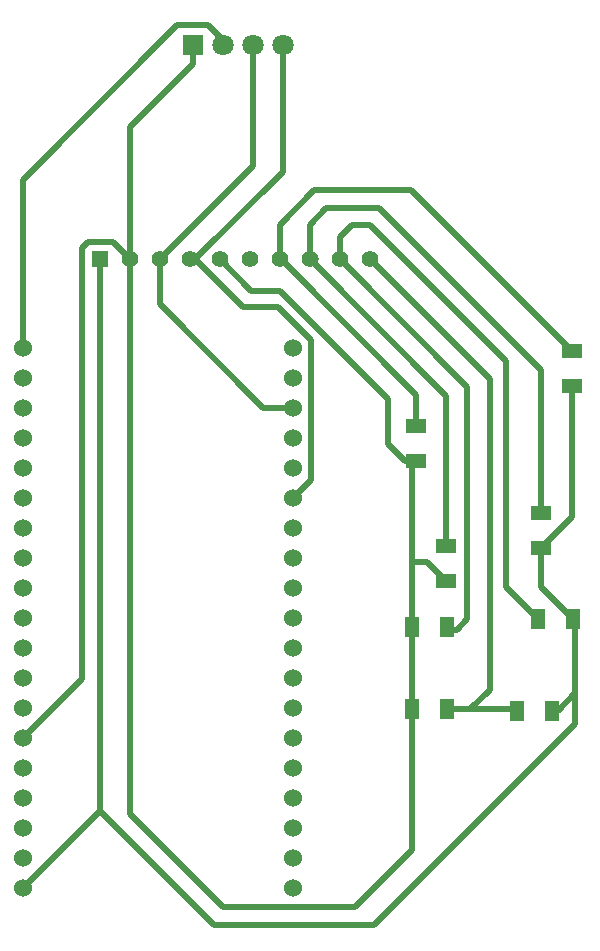
<source format=gtl>
G04 Layer: TopLayer*
G04 EasyEDA v6.5.51, 2025-10-07 15:43:34*
G04 065a6221327546c7852400a8f05eee82,a6cf4550276c400b965b925ba5ea59c0,10*
G04 Gerber Generator version 0.2*
G04 Scale: 100 percent, Rotated: No, Reflected: No *
G04 Dimensions in millimeters *
G04 leading zeros omitted , absolute positions ,4 integer and 5 decimal *
%FSLAX45Y45*%
%MOMM*%

%AMMACRO1*21,1,$1,$2,0,0,$3*%
%ADD10C,0.5000*%
%ADD11MACRO1,1.701X1.2075X-90.0000*%
%ADD12MACRO1,1.701X1.2075X0.0000*%
%ADD13R,1.7010X1.2075*%
%ADD14C,1.8000*%
%ADD15R,1.8000X1.8000*%
%ADD16C,1.5240*%
%ADD17R,1.3995X1.3995*%
%ADD18C,1.3995*%
%ADD19C,0.0175*%

%LPD*%
D10*
X4940300Y-4465878D02*
G01*
X4906721Y-4499457D01*
X4906721Y-5867400D01*
X5194300Y-5481878D02*
G01*
X5032387Y-5319966D01*
X4906721Y-5319966D01*
X4906721Y-5867400D02*
G01*
X4906721Y-6565900D01*
X2514600Y-2755900D02*
G01*
X2514600Y-7454900D01*
X3302000Y-8242300D01*
X4419600Y-8242300D01*
X4906721Y-7755178D01*
X4906721Y-6565900D01*
X3276600Y-2755900D02*
G01*
X3543300Y-3022600D01*
X3784600Y-3022600D01*
X4699000Y-3937000D01*
X4699000Y-4318000D01*
X4846878Y-4465878D01*
X4940300Y-4465878D01*
X6269278Y-5803900D02*
G01*
X5994400Y-5529021D01*
X5994400Y-5202478D01*
X5973521Y-5803900D02*
G01*
X5702300Y-5532678D01*
X5702300Y-3619500D01*
X4546600Y-2463800D01*
X4394200Y-2463800D01*
X4292600Y-2565400D01*
X4292600Y-2755900D01*
X6261100Y-3830878D02*
G01*
X6261100Y-4935778D01*
X5994400Y-5202478D01*
X3784600Y-2755900D02*
G01*
X3784600Y-2463800D01*
X4076700Y-2171700D01*
X4897678Y-2171700D01*
X6261100Y-3535121D01*
X4546600Y-2755900D02*
G01*
X5562600Y-3771900D01*
X5562600Y-6400800D01*
X5397500Y-6565900D01*
X5202478Y-6565900D01*
X5202478Y-6565900D02*
G01*
X5783026Y-6565900D01*
X5795726Y-6578600D01*
X6091478Y-6578600D02*
G01*
X6136012Y-6578600D01*
X6285636Y-6428976D01*
X2260600Y-7429500D02*
G01*
X1612900Y-8077200D01*
X2260600Y-2755900D02*
G01*
X2260600Y-7429500D01*
X4094708Y-2755900D02*
G01*
X4038600Y-2755900D01*
X2514600Y-2755900D02*
G01*
X2368321Y-2609621D01*
X2158644Y-2609621D01*
X2109952Y-2658313D01*
X2109952Y-6310147D01*
X1612900Y-6807200D01*
X3048000Y-939927D02*
G01*
X3048000Y-1104976D01*
X2514600Y-2755900D02*
G01*
X2514600Y-1638376D01*
X3048000Y-1104976D01*
X3556000Y-939672D02*
G01*
X3556000Y-1968500D01*
X2768600Y-2755900D01*
X1612900Y-3505200D02*
G01*
X1612900Y-2080285D01*
X2918434Y-774750D01*
X3175127Y-774750D01*
X3302000Y-901623D01*
X3302000Y-939672D01*
X3068980Y-2755900D02*
G01*
X3810000Y-2014880D01*
X3810000Y-939672D01*
X3022600Y-2755900D02*
G01*
X3068980Y-2755900D01*
X3068980Y-2755900D02*
G01*
X3470173Y-3157093D01*
X3767480Y-3157093D01*
X4050411Y-3440023D01*
X4050411Y-4623688D01*
X3898900Y-4775200D01*
X3809415Y-2773603D02*
G01*
X3791711Y-2755900D01*
X3784600Y-2755900D01*
X4940300Y-4170121D02*
G01*
X4940300Y-3904487D01*
X3809418Y-2773603D01*
X6285636Y-6578600D02*
G01*
X6285636Y-6693763D01*
X4584700Y-8394700D01*
X3225800Y-8394700D01*
X2260600Y-7429500D01*
X6285631Y-6578600D02*
G01*
X6285631Y-5820252D01*
X6269278Y-5803900D01*
X4038600Y-2755900D02*
G01*
X5194300Y-3911600D01*
X5194300Y-5186121D01*
X4292600Y-2755900D02*
G01*
X5372100Y-3835400D01*
X5372100Y-5803900D01*
X5283200Y-5892800D01*
X5180736Y-5892800D01*
X2768600Y-2755900D02*
G01*
X2768600Y-3136900D01*
X3644900Y-4013200D01*
X3898900Y-4013200D01*
X4038600Y-2755900D02*
G01*
X4038600Y-2463800D01*
X4178300Y-2324100D01*
X4622800Y-2324100D01*
X5994400Y-3695700D01*
X5994400Y-4906721D01*
D11*
G01*
X5795723Y-6578600D03*
G01*
X6091476Y-6578600D03*
D12*
G01*
X6261100Y-3535123D03*
D13*
G01*
X6261100Y-3830878D03*
D12*
G01*
X5994400Y-4906723D03*
D13*
G01*
X5994400Y-5202478D03*
D11*
G01*
X5973523Y-5803900D03*
G01*
X6269276Y-5803900D03*
D12*
G01*
X4940300Y-4465876D03*
D13*
G01*
X4940300Y-4170121D03*
D12*
G01*
X5194300Y-5481876D03*
D13*
G01*
X5194300Y-5186121D03*
D11*
G01*
X4906723Y-5867400D03*
G01*
X5202476Y-5867400D03*
G01*
X4906723Y-6565900D03*
G01*
X5202476Y-6565900D03*
D14*
G01*
X3810000Y-939672D03*
G01*
X3556000Y-939672D03*
G01*
X3302000Y-939672D03*
D15*
G01*
X3048000Y-939927D03*
D16*
G01*
X1612900Y-8077200D03*
G01*
X1612900Y-7823200D03*
G01*
X1612900Y-7569200D03*
G01*
X1612900Y-7315200D03*
G01*
X1612900Y-7061200D03*
G01*
X1612900Y-6807200D03*
G01*
X1612900Y-6553200D03*
G01*
X1612900Y-6299200D03*
G01*
X1612900Y-6045200D03*
G01*
X1612900Y-5791200D03*
G01*
X1612900Y-5537200D03*
G01*
X1612900Y-5283200D03*
G01*
X1612900Y-5029200D03*
G01*
X1612900Y-4775200D03*
G01*
X1612900Y-4521200D03*
G01*
X1612900Y-4267200D03*
G01*
X1612900Y-4013200D03*
G01*
X1612900Y-3759200D03*
G01*
X1612900Y-3505200D03*
G01*
X3898900Y-3505200D03*
G01*
X3898900Y-3759200D03*
G01*
X3898900Y-4013200D03*
G01*
X3898900Y-4267200D03*
G01*
X3898900Y-4521200D03*
G01*
X3898900Y-4775200D03*
G01*
X3898900Y-5029200D03*
G01*
X3898900Y-5283200D03*
G01*
X3898900Y-5537200D03*
G01*
X3898900Y-5791200D03*
G01*
X3898900Y-6045200D03*
G01*
X3898900Y-6299200D03*
G01*
X3898900Y-6553200D03*
G01*
X3898900Y-6807200D03*
G01*
X3898900Y-7061200D03*
G01*
X3898900Y-7315200D03*
G01*
X3898900Y-7569200D03*
G01*
X3898900Y-7823200D03*
G01*
X3898900Y-8077200D03*
D17*
G01*
X2260600Y-2755900D03*
D18*
G01*
X2514600Y-2755900D03*
G01*
X2768600Y-2755900D03*
G01*
X3022600Y-2755900D03*
G01*
X3276600Y-2755900D03*
G01*
X3530600Y-2755900D03*
G01*
X3784600Y-2755900D03*
G01*
X4038600Y-2755900D03*
G01*
X4292600Y-2755900D03*
G01*
X4546600Y-2755900D03*
M02*

</source>
